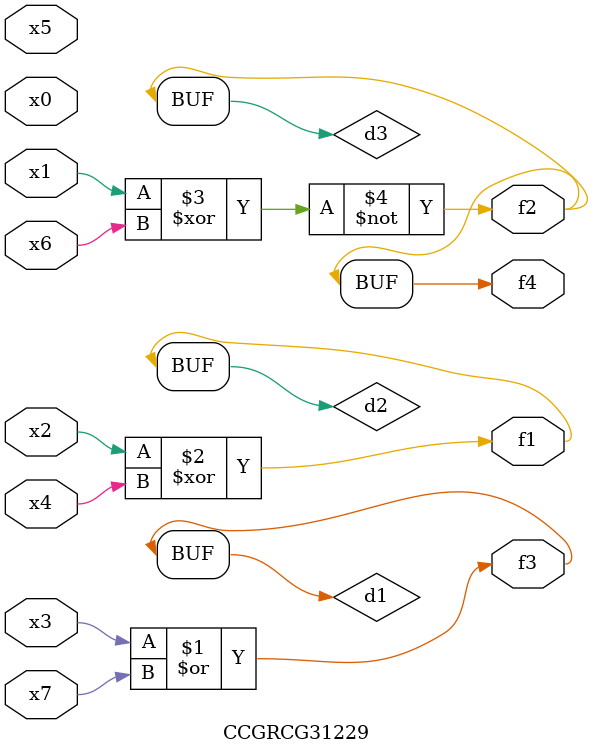
<source format=v>
module CCGRCG31229(
	input x0, x1, x2, x3, x4, x5, x6, x7,
	output f1, f2, f3, f4
);

	wire d1, d2, d3;

	or (d1, x3, x7);
	xor (d2, x2, x4);
	xnor (d3, x1, x6);
	assign f1 = d2;
	assign f2 = d3;
	assign f3 = d1;
	assign f4 = d3;
endmodule

</source>
